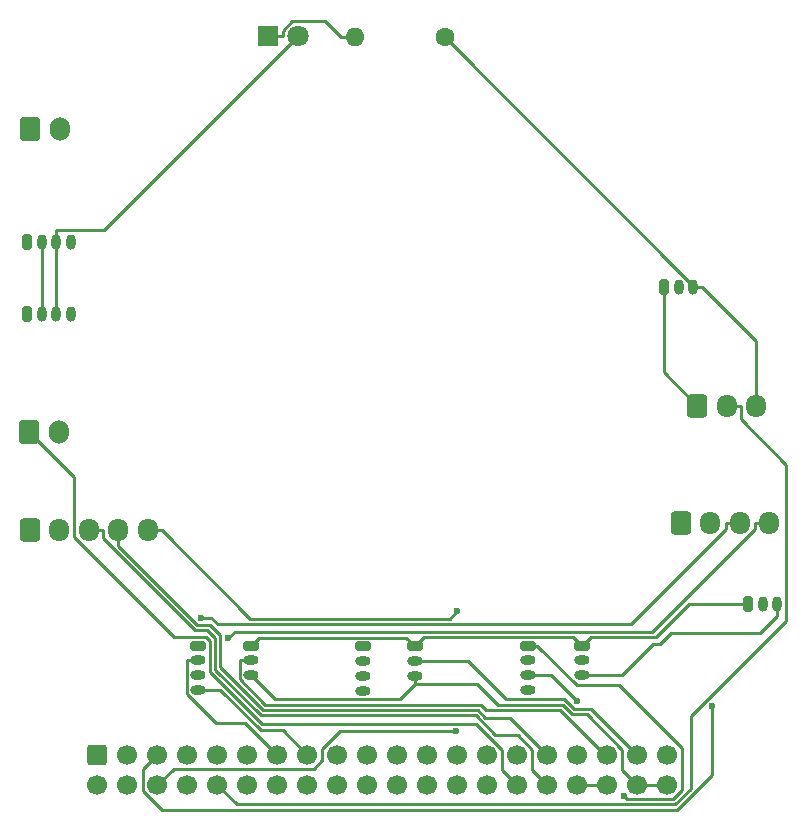
<source format=gbr>
G04 #@! TF.GenerationSoftware,KiCad,Pcbnew,(6.0.7-1)-1*
G04 #@! TF.CreationDate,2023-05-21T10:21:50+10:00*
G04 #@! TF.ProjectId,SARI_PCB,53415249-5f50-4434-922e-6b696361645f,rev?*
G04 #@! TF.SameCoordinates,Original*
G04 #@! TF.FileFunction,Copper,L1,Top*
G04 #@! TF.FilePolarity,Positive*
%FSLAX46Y46*%
G04 Gerber Fmt 4.6, Leading zero omitted, Abs format (unit mm)*
G04 Created by KiCad (PCBNEW (6.0.7-1)-1) date 2023-05-21 10:21:50*
%MOMM*%
%LPD*%
G01*
G04 APERTURE LIST*
G04 Aperture macros list*
%AMRoundRect*
0 Rectangle with rounded corners*
0 $1 Rounding radius*
0 $2 $3 $4 $5 $6 $7 $8 $9 X,Y pos of 4 corners*
0 Add a 4 corners polygon primitive as box body*
4,1,4,$2,$3,$4,$5,$6,$7,$8,$9,$2,$3,0*
0 Add four circle primitives for the rounded corners*
1,1,$1+$1,$2,$3*
1,1,$1+$1,$4,$5*
1,1,$1+$1,$6,$7*
1,1,$1+$1,$8,$9*
0 Add four rect primitives between the rounded corners*
20,1,$1+$1,$2,$3,$4,$5,0*
20,1,$1+$1,$4,$5,$6,$7,0*
20,1,$1+$1,$6,$7,$8,$9,0*
20,1,$1+$1,$8,$9,$2,$3,0*%
G04 Aperture macros list end*
G04 #@! TA.AperFunction,ComponentPad*
%ADD10RoundRect,0.200000X-0.200000X-0.450000X0.200000X-0.450000X0.200000X0.450000X-0.200000X0.450000X0*%
G04 #@! TD*
G04 #@! TA.AperFunction,ComponentPad*
%ADD11O,0.800000X1.300000*%
G04 #@! TD*
G04 #@! TA.AperFunction,ComponentPad*
%ADD12C,1.600000*%
G04 #@! TD*
G04 #@! TA.AperFunction,ComponentPad*
%ADD13O,1.600000X1.600000*%
G04 #@! TD*
G04 #@! TA.AperFunction,ComponentPad*
%ADD14RoundRect,0.200000X-0.450000X0.200000X-0.450000X-0.200000X0.450000X-0.200000X0.450000X0.200000X0*%
G04 #@! TD*
G04 #@! TA.AperFunction,ComponentPad*
%ADD15O,1.300000X0.800000*%
G04 #@! TD*
G04 #@! TA.AperFunction,ComponentPad*
%ADD16RoundRect,0.250000X-0.600000X-0.750000X0.600000X-0.750000X0.600000X0.750000X-0.600000X0.750000X0*%
G04 #@! TD*
G04 #@! TA.AperFunction,ComponentPad*
%ADD17O,1.700000X2.000000*%
G04 #@! TD*
G04 #@! TA.AperFunction,ComponentPad*
%ADD18RoundRect,0.250000X-0.600000X-0.725000X0.600000X-0.725000X0.600000X0.725000X-0.600000X0.725000X0*%
G04 #@! TD*
G04 #@! TA.AperFunction,ComponentPad*
%ADD19O,1.700000X1.950000*%
G04 #@! TD*
G04 #@! TA.AperFunction,ComponentPad*
%ADD20R,1.800000X1.800000*%
G04 #@! TD*
G04 #@! TA.AperFunction,ComponentPad*
%ADD21C,1.800000*%
G04 #@! TD*
G04 #@! TA.AperFunction,ComponentPad*
%ADD22RoundRect,0.250000X-0.600000X0.600000X-0.600000X-0.600000X0.600000X-0.600000X0.600000X0.600000X0*%
G04 #@! TD*
G04 #@! TA.AperFunction,ComponentPad*
%ADD23C,1.700000*%
G04 #@! TD*
G04 #@! TA.AperFunction,ViaPad*
%ADD24C,0.600000*%
G04 #@! TD*
G04 #@! TA.AperFunction,Conductor*
%ADD25C,0.250000*%
G04 #@! TD*
G04 APERTURE END LIST*
D10*
X140250000Y-57950000D03*
D11*
X141500000Y-57950000D03*
X142750000Y-57950000D03*
X144000000Y-57950000D03*
D10*
X201300000Y-88650000D03*
D11*
X202550000Y-88650000D03*
X203800000Y-88650000D03*
D12*
X175610000Y-40650000D03*
D13*
X167990000Y-40650000D03*
D14*
X187250000Y-92150000D03*
D15*
X187250000Y-93400000D03*
X187250000Y-94650000D03*
D16*
X140450000Y-74050000D03*
D17*
X142950000Y-74050000D03*
D14*
X173100000Y-92200000D03*
D15*
X173100000Y-93450000D03*
X173100000Y-94700000D03*
D10*
X140250000Y-64050000D03*
D11*
X141500000Y-64050000D03*
X142750000Y-64050000D03*
X144000000Y-64050000D03*
D14*
X168700000Y-92200000D03*
D15*
X168700000Y-93450000D03*
X168700000Y-94700000D03*
X168700000Y-95950000D03*
D14*
X154750000Y-92150000D03*
D15*
X154750000Y-93400000D03*
X154750000Y-94650000D03*
X154750000Y-95900000D03*
D18*
X140500000Y-82400000D03*
D19*
X143000000Y-82400000D03*
X145500000Y-82400000D03*
X148000000Y-82400000D03*
X150500000Y-82400000D03*
D18*
X197000000Y-71825000D03*
D19*
X199500000Y-71825000D03*
X202000000Y-71825000D03*
D14*
X159250000Y-92150000D03*
D15*
X159250000Y-93400000D03*
X159250000Y-94650000D03*
D14*
X182700000Y-92150000D03*
D15*
X182700000Y-93400000D03*
X182700000Y-94650000D03*
X182700000Y-95900000D03*
D16*
X140550000Y-48425000D03*
D17*
X143050000Y-48425000D03*
D18*
X195600000Y-81775000D03*
D19*
X198100000Y-81775000D03*
X200600000Y-81775000D03*
X203100000Y-81775000D03*
D10*
X194175000Y-61750000D03*
D11*
X195425000Y-61750000D03*
X196675000Y-61750000D03*
D20*
X160675000Y-40550000D03*
D21*
X163215000Y-40550000D03*
D22*
X146220000Y-101397500D03*
D23*
X146220000Y-103937500D03*
X148760000Y-101397500D03*
X148760000Y-103937500D03*
X151300000Y-101397500D03*
X151300000Y-103937500D03*
X153840000Y-101397500D03*
X153840000Y-103937500D03*
X156380000Y-101397500D03*
X156380000Y-103937500D03*
X158920000Y-101397500D03*
X158920000Y-103937500D03*
X161460000Y-101397500D03*
X161460000Y-103937500D03*
X164000000Y-101397500D03*
X164000000Y-103937500D03*
X166540000Y-101397500D03*
X166540000Y-103937500D03*
X169080000Y-101397500D03*
X169080000Y-103937500D03*
X171620000Y-101397500D03*
X171620000Y-103937500D03*
X174160000Y-101397500D03*
X174160000Y-103937500D03*
X176700000Y-101397500D03*
X176700000Y-103937500D03*
X179240000Y-101397500D03*
X179240000Y-103937500D03*
X181780000Y-101397500D03*
X181780000Y-103937500D03*
X184320000Y-101397500D03*
X184320000Y-103937500D03*
X186860000Y-101397500D03*
X186860000Y-103937500D03*
X189400000Y-101397500D03*
X189400000Y-103937500D03*
X191940000Y-101397500D03*
X191940000Y-103937500D03*
X194480000Y-101397500D03*
X194480000Y-103937500D03*
D24*
X157280000Y-91524800D03*
X198237500Y-97218400D03*
X154952800Y-89775300D03*
X176706000Y-89252700D03*
X176589300Y-99395000D03*
X190792500Y-104882600D03*
X186838100Y-96846900D03*
D25*
X193242400Y-92012700D02*
X193879300Y-92012700D01*
X173100000Y-95425300D02*
X171837200Y-96688100D01*
X190605100Y-94650000D02*
X193242400Y-92012700D01*
X194480000Y-103937500D02*
X191940000Y-103937500D01*
X202000000Y-66349700D02*
X197400300Y-61750000D01*
X173100000Y-95425300D02*
X178381500Y-95425300D01*
X175610000Y-40650000D02*
X196675000Y-61715000D01*
X141500000Y-57950000D02*
X141500000Y-64050000D01*
X194786500Y-91105500D02*
X202319800Y-91105500D01*
X185608500Y-97138500D02*
X186392500Y-97922500D01*
X190670000Y-102667500D02*
X191940000Y-103937500D01*
X186392500Y-97922500D02*
X187630000Y-97922500D01*
X202000000Y-71825000D02*
X202000000Y-66349700D01*
X187630000Y-97922500D02*
X190670000Y-100962500D01*
X203800000Y-88650000D02*
X203800000Y-89625300D01*
X187250000Y-94650000D02*
X190605100Y-94650000D01*
X171837200Y-96688100D02*
X161288100Y-96688100D01*
X196675000Y-61750000D02*
X197400300Y-61750000D01*
X161288100Y-96688100D02*
X159250000Y-94650000D01*
X190670000Y-100962500D02*
X190670000Y-102667500D01*
X202319800Y-91105500D02*
X203800000Y-89625300D01*
X178381500Y-95425300D02*
X180094700Y-97138500D01*
X180094700Y-97138500D02*
X185608500Y-97138500D01*
X196675000Y-61715000D02*
X196675000Y-61750000D01*
X193879300Y-92012700D02*
X194786500Y-91105500D01*
X173100000Y-94700000D02*
X173100000Y-95425300D01*
X203100000Y-81775000D02*
X201924700Y-81775000D01*
X201924700Y-82237600D02*
X193209600Y-90952700D01*
X193209600Y-90952700D02*
X157852100Y-90952700D01*
X157852100Y-90952700D02*
X157280000Y-91524800D01*
X201924700Y-81775000D02*
X201924700Y-82237600D01*
X195324400Y-106043000D02*
X198237500Y-103129900D01*
X198237500Y-103129900D02*
X198237500Y-97218400D01*
X150109400Y-104428200D02*
X151724200Y-106043000D01*
X150109400Y-102588100D02*
X150109400Y-104428200D01*
X151300000Y-101397500D02*
X150109400Y-102588100D01*
X151724200Y-106043000D02*
X195324400Y-106043000D01*
X199424700Y-82289200D02*
X191386200Y-90327700D01*
X156427400Y-90327700D02*
X155875000Y-89775300D01*
X200600000Y-81775000D02*
X199424700Y-81775000D01*
X155875000Y-89775300D02*
X154952800Y-89775300D01*
X199424700Y-81775000D02*
X199424700Y-82289200D01*
X191386200Y-90327700D02*
X156427400Y-90327700D01*
X161897500Y-99295000D02*
X164000000Y-101397500D01*
X156636700Y-95900000D02*
X160031700Y-99295000D01*
X154750000Y-95900000D02*
X155725300Y-95900000D01*
X155725300Y-95900000D02*
X156636700Y-95900000D01*
X160031700Y-99295000D02*
X161897500Y-99295000D01*
X153774700Y-96213800D02*
X156228400Y-98667500D01*
X154750000Y-93400000D02*
X153774700Y-93400000D01*
X153774700Y-93400000D02*
X153774700Y-96213800D01*
X156228400Y-98667500D02*
X158730000Y-98667500D01*
X158730000Y-98667500D02*
X161460000Y-101397500D01*
X196466200Y-98099400D02*
X204533300Y-90032300D01*
X199500000Y-71825000D02*
X200675300Y-71825000D01*
X196466200Y-104252300D02*
X196466200Y-98099400D01*
X200675300Y-73000300D02*
X200675300Y-71825000D01*
X158017000Y-105574500D02*
X195144000Y-105574500D01*
X195144000Y-105574500D02*
X196466200Y-104252300D01*
X204533300Y-76858300D02*
X200675300Y-73000300D01*
X156380000Y-103937500D02*
X158017000Y-105574500D01*
X204533300Y-90032300D02*
X204533300Y-76858300D01*
X176706000Y-89252700D02*
X176098300Y-89860400D01*
X159135700Y-89860400D02*
X151675300Y-82400000D01*
X150500000Y-82400000D02*
X151675300Y-82400000D01*
X176098300Y-89860400D02*
X159135700Y-89860400D01*
X155762500Y-90400600D02*
X156638800Y-91276900D01*
X154693800Y-90400600D02*
X155762500Y-90400600D01*
X160236300Y-97588800D02*
X178409300Y-97588800D01*
X148000000Y-82400000D02*
X148000000Y-83700300D01*
X156638800Y-91276900D02*
X156638800Y-93991300D01*
X181177200Y-98254700D02*
X184320000Y-101397500D01*
X148000000Y-83706800D02*
X154693800Y-90400600D01*
X148000000Y-83700300D02*
X148000000Y-83706800D01*
X179075200Y-98254700D02*
X181177200Y-98254700D01*
X156638800Y-93991300D02*
X160236300Y-97588800D01*
X178409300Y-97588800D02*
X179075200Y-98254700D01*
X146675300Y-83019000D02*
X154507200Y-90850900D01*
X181794800Y-99732100D02*
X183050000Y-100987300D01*
X160065500Y-98055000D02*
X178238600Y-98055000D01*
X155501200Y-90850900D02*
X156188500Y-91538200D01*
X145500000Y-82400000D02*
X146675300Y-82400000D01*
X183050000Y-100987300D02*
X183050000Y-102667500D01*
X183050000Y-102667500D02*
X184320000Y-103937500D01*
X179915700Y-99732100D02*
X181794800Y-99732100D01*
X146675300Y-82400000D02*
X146675300Y-83019000D01*
X156188500Y-91538200D02*
X156188500Y-94178000D01*
X154507200Y-90850900D02*
X155501200Y-90850900D01*
X156188500Y-94178000D02*
X160065500Y-98055000D01*
X178238600Y-98055000D02*
X179915700Y-99732100D01*
X151300000Y-103937500D02*
X152664600Y-102572900D01*
X152664600Y-102572900D02*
X164525600Y-102572900D01*
X165270000Y-101828500D02*
X165270000Y-100924800D01*
X165270000Y-100924800D02*
X166799700Y-99395100D01*
X164525600Y-102572900D02*
X165270000Y-101828500D01*
X166799700Y-99395100D02*
X176589300Y-99395100D01*
X176589300Y-99395100D02*
X176589300Y-99395000D01*
X194957500Y-105124100D02*
X195677100Y-104404500D01*
X190348200Y-95523800D02*
X186803500Y-95523800D01*
X191034000Y-105124100D02*
X194957500Y-105124100D01*
X190792500Y-104882600D02*
X191034000Y-105124100D01*
X195677100Y-104404500D02*
X195677100Y-100852700D01*
X183429700Y-92150000D02*
X182700000Y-92150000D01*
X195677100Y-100852700D02*
X190348200Y-95523800D01*
X186803500Y-95523800D02*
X183429700Y-92150000D01*
X186838100Y-96846900D02*
X184641200Y-94650000D01*
X184641200Y-94650000D02*
X182700000Y-94650000D01*
X144250000Y-82947400D02*
X144250000Y-77850000D01*
X144250000Y-77850000D02*
X140450000Y-74050000D01*
X155732200Y-94358600D02*
X155732200Y-91718800D01*
X155391300Y-91377900D02*
X152680500Y-91377900D01*
X178301400Y-98754700D02*
X160128300Y-98754700D01*
X181780000Y-103937500D02*
X180510000Y-102667500D01*
X180510000Y-102667500D02*
X180510000Y-100963300D01*
X180510000Y-100963300D02*
X178301400Y-98754700D01*
X152680500Y-91377900D02*
X144250000Y-82947400D01*
X160128300Y-98754700D02*
X155732200Y-94358600D01*
X155732200Y-91718800D02*
X155391300Y-91377900D01*
X173886600Y-91413400D02*
X173100000Y-92200000D01*
X194175000Y-69000000D02*
X194175000Y-61750000D01*
X196286800Y-88650000D02*
X193533700Y-91403100D01*
X146790300Y-56974700D02*
X163215000Y-40550000D01*
X187250000Y-92150000D02*
X186513400Y-91413400D01*
X187996900Y-91403100D02*
X187250000Y-92150000D01*
X159926800Y-91473200D02*
X159250000Y-92150000D01*
X142750000Y-56974700D02*
X146790300Y-56974700D01*
X173100000Y-92200000D02*
X172373200Y-91473200D01*
X172373200Y-91473200D02*
X159926800Y-91473200D01*
X197000000Y-71825000D02*
X194175000Y-69000000D01*
X142750000Y-57950000D02*
X142750000Y-56974700D01*
X142750000Y-64050000D02*
X142750000Y-57950000D01*
X186513400Y-91413400D02*
X173886600Y-91413400D01*
X189400000Y-103937500D02*
X186860000Y-103937500D01*
X201300000Y-88650000D02*
X196286800Y-88650000D01*
X193533700Y-91403100D02*
X187996900Y-91403100D01*
X161900300Y-40090500D02*
X162685800Y-39305000D01*
X160675000Y-40550000D02*
X161900300Y-40550000D01*
X161900300Y-40550000D02*
X161900300Y-40090500D01*
X167990000Y-40650000D02*
X166864700Y-40650000D01*
X162685800Y-39305000D02*
X165519700Y-39305000D01*
X165519700Y-39305000D02*
X166864700Y-40650000D01*
X158274700Y-94990200D02*
X158274700Y-93400000D01*
X189230600Y-101397500D02*
X185421900Y-97588800D01*
X160422900Y-97138400D02*
X158274700Y-94990200D01*
X178688500Y-97138400D02*
X160422900Y-97138400D01*
X159250000Y-93400000D02*
X158274700Y-93400000D01*
X185421900Y-97588800D02*
X179138900Y-97588800D01*
X189400000Y-101397500D02*
X189230600Y-101397500D01*
X179138900Y-97588800D02*
X178688500Y-97138400D01*
X180836300Y-96655500D02*
X185762400Y-96655500D01*
X186579100Y-97472200D02*
X188014700Y-97472200D01*
X177630800Y-93450000D02*
X180836300Y-96655500D01*
X185762400Y-96655500D02*
X186579100Y-97472200D01*
X188014700Y-97472200D02*
X191940000Y-101397500D01*
X173100000Y-93450000D02*
X177630800Y-93450000D01*
M02*

</source>
